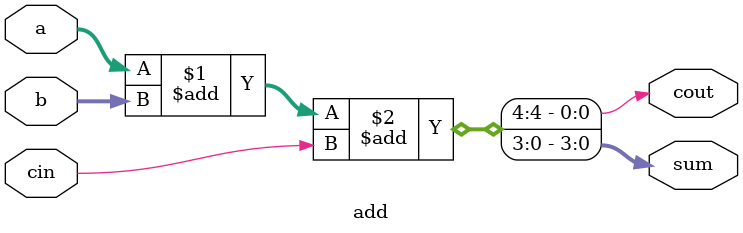
<source format=v>
module add(
    input [3:0] a,
    input [3:0] b,
    input cin,
    output [3:0] sum,
    output cout
);

    assign {cout, sum} = a + b + cin;

endmodule
</source>
